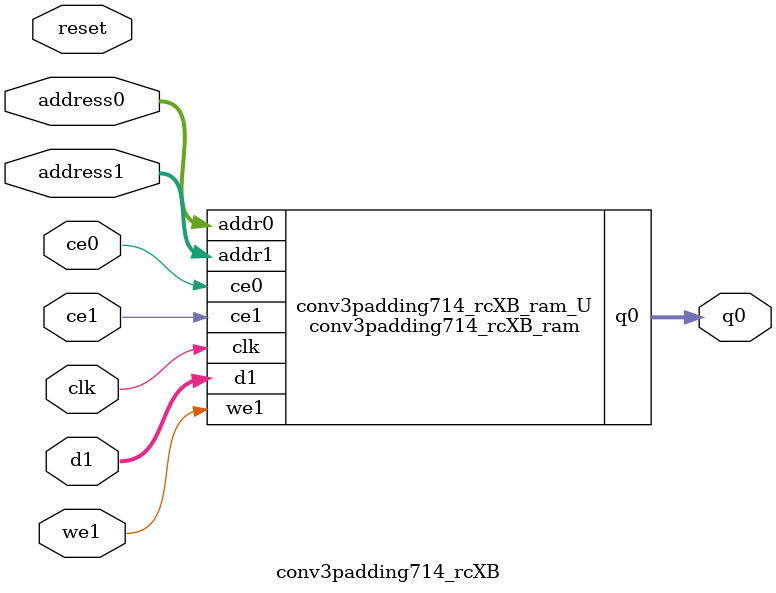
<source format=v>
`timescale 1 ns / 1 ps
module conv3padding714_rcXB_ram (addr0, ce0, q0, addr1, ce1, d1, we1,  clk);

parameter DWIDTH = 32;
parameter AWIDTH = 10;
parameter MEM_SIZE = 704;

input[AWIDTH-1:0] addr0;
input ce0;
output reg[DWIDTH-1:0] q0;
input[AWIDTH-1:0] addr1;
input ce1;
input[DWIDTH-1:0] d1;
input we1;
input clk;

(* ram_style = "block" *)reg [DWIDTH-1:0] ram[0:MEM_SIZE-1];




always @(posedge clk)  
begin 
    if (ce0) begin
        q0 <= ram[addr0];
    end
end


always @(posedge clk)  
begin 
    if (ce1) begin
        if (we1) 
            ram[addr1] <= d1; 
    end
end


endmodule

`timescale 1 ns / 1 ps
module conv3padding714_rcXB(
    reset,
    clk,
    address0,
    ce0,
    q0,
    address1,
    ce1,
    we1,
    d1);

parameter DataWidth = 32'd32;
parameter AddressRange = 32'd704;
parameter AddressWidth = 32'd10;
input reset;
input clk;
input[AddressWidth - 1:0] address0;
input ce0;
output[DataWidth - 1:0] q0;
input[AddressWidth - 1:0] address1;
input ce1;
input we1;
input[DataWidth - 1:0] d1;



conv3padding714_rcXB_ram conv3padding714_rcXB_ram_U(
    .clk( clk ),
    .addr0( address0 ),
    .ce0( ce0 ),
    .q0( q0 ),
    .addr1( address1 ),
    .ce1( ce1 ),
    .we1( we1 ),
    .d1( d1 ));

endmodule


</source>
